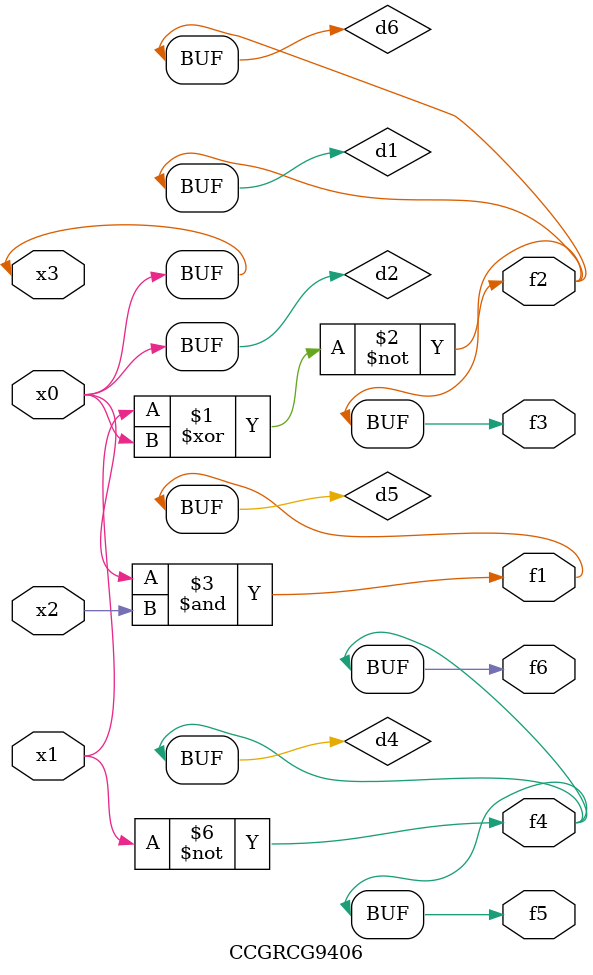
<source format=v>
module CCGRCG9406(
	input x0, x1, x2, x3,
	output f1, f2, f3, f4, f5, f6
);

	wire d1, d2, d3, d4, d5, d6;

	xnor (d1, x1, x3);
	buf (d2, x0, x3);
	nand (d3, x0, x2);
	not (d4, x1);
	nand (d5, d3);
	or (d6, d1);
	assign f1 = d5;
	assign f2 = d6;
	assign f3 = d6;
	assign f4 = d4;
	assign f5 = d4;
	assign f6 = d4;
endmodule

</source>
